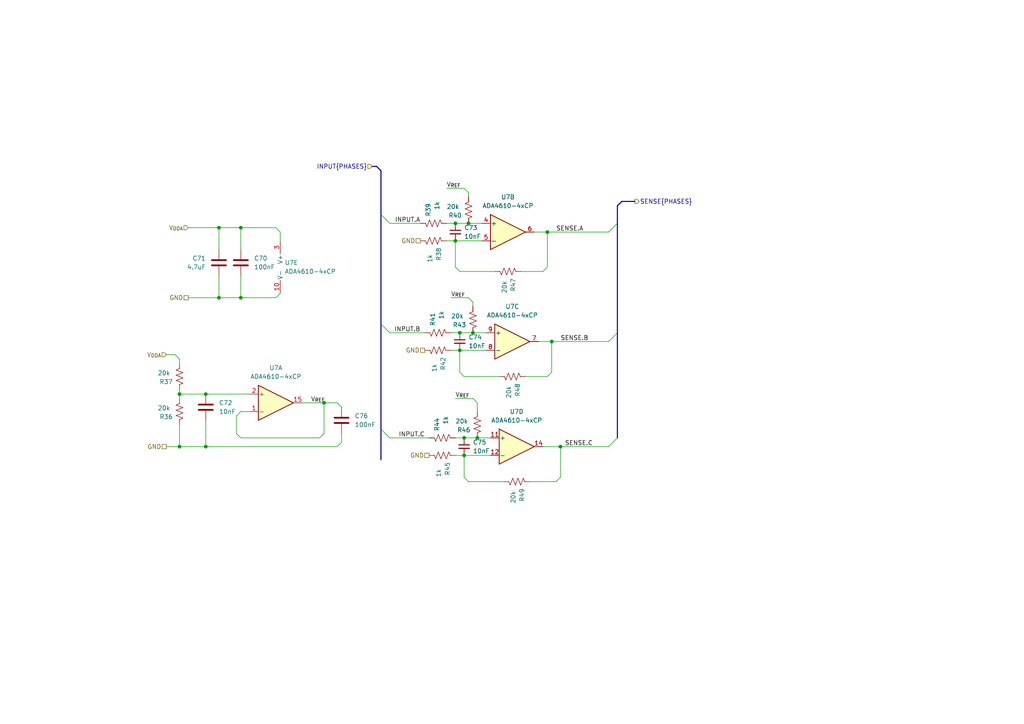
<source format=kicad_sch>
(kicad_sch (version 20231120) (generator "eeschema") (generator_version "8.0")
  (paper "A4")
  (title_block (date "2024-05-19") (rev "1") (company "Crab Labs") (comment 1 "Author: Orion Serup"))
  (lib_symbols
    (symbol "Amplifier_Operational:ADA4610-4xCP" (pin_names (offset 0.127))
      (property "Reference" "U" (at 2.54 6.35 0))
      (property "Value" "ADA4610-4xCP" (at 2.54 3.81 0))
      (symbol "ADA4610-4xCP_1_1"
        (polyline (pts (xy 5.08 0) (xy -5.08 5.08) (xy -5.08 -5.08) (xy 5.08 0)) (stroke (width 0.254)) (fill (type background)))
        (pin input line (at -7.62 -2.54 0) (length 2.54) (name "-") (number "1"))
        (pin no_connect line (at 0 2.54 270) (length 2.54) hide (name "NIC") (number "13"))
        (pin output line (at 7.62 0 180) (length 2.54) (name "~") (number "15"))
        (pin no_connect line (at 0 -2.54 90) (length 2.54) hide (name "NIC") (number "16"))
        (pin input line (at -7.62 2.54 0) (length 2.54) (name "+") (number "2"))
      )
      (symbol "ADA4610-4xCP_2_1"
        (polyline (pts (xy -5.08 5.08) (xy -5.08 -5.08) (xy 5.08 0) (xy -5.08 5.08)) (stroke (width 0.254)) (fill (type background)))
        (pin input line (at -7.62 2.54 0) (length 2.54) (name "+") (number "4"))
        (pin input line (at -7.62 -2.54 0) (length 2.54) (name "-") (number "5"))
        (pin output line (at 7.62 0 180) (length 2.54) (name "~") (number "6"))
      )
      (symbol "ADA4610-4xCP_3_1"
        (polyline (pts (xy 5.08 0) (xy -5.08 5.08) (xy -5.08 -5.08) (xy 5.08 0)) (stroke (width 0.254)) (fill (type background)))
        (pin output line (at 7.62 0 180) (length 2.54) (name "~") (number "7"))
        (pin input line (at -7.62 -2.54 0) (length 2.54) (name "-") (number "8"))
        (pin input line (at -7.62 2.54 0) (length 2.54) (name "+") (number "9"))
      )
      (symbol "ADA4610-4xCP_4_1"
        (polyline (pts (xy -5.08 5.08) (xy 5.08 0) (xy -5.08 -5.08) (xy -5.08 5.08)) (stroke (width 0.254)) (fill (type background)))
        (pin input line (at -7.62 2.54 0) (length 2.54) (name "+") (number "11"))
        (pin input line (at -7.62 -2.54 0) (length 2.54) (name "-") (number "12"))
        (pin output line (at 7.62 0 180) (length 2.54) (name "~") (number "14"))
      )
      (symbol "ADA4610-4xCP_5_1"
        (pin power_in line (at 0 -7.62 90) (length 3.81) (name "V-") (number "10"))
        (pin passive line (at 0 -7.62 90) (length 3.81) hide (name "V-") (number "17"))
        (pin power_in line (at 0 7.62 270) (length 3.81) (name "V+") (number "3"))
      )
    )
    (symbol "Device:C" (pin_numbers hide) (pin_names (offset 0.254))
      (property "Reference" "C" (at 0.635 2.54 0))
      (property "Value" "C" (at 0.635 -2.54 0))
      (symbol "C_0_1"
        (polyline (pts (xy -2.032 -0.762) (xy 2.032 -0.762)) (stroke (width 0.508)))
        (polyline (pts (xy -2.032 0.762) (xy 2.032 0.762)) (stroke (width 0.508)))
      )
      (symbol "C_1_1"
        (pin passive line (at 0 3.81 270) (length 2.794) (name "~") (number "1"))
        (pin passive line (at 0 -3.81 90) (length 2.794) (name "~") (number "2"))
      )
    )
    (symbol "Device:C_Small" (pin_numbers hide) (pin_names (offset 0.254) hide)
      (property "Reference" "C" (at 0.254 1.778 0))
      (property "Value" "C_Small" (at 0.254 -2.032 0))
      (symbol "C_Small_0_1"
        (polyline (pts (xy -1.524 -0.508) (xy 1.524 -0.508)) (stroke (width 0.3302)))
        (polyline (pts (xy -1.524 0.508) (xy 1.524 0.508)) (stroke (width 0.3048)))
      )
      (symbol "C_Small_1_1"
        (pin passive line (at 0 2.54 270) (length 2.032) (name "~") (number "1"))
        (pin passive line (at 0 -2.54 90) (length 2.032) (name "~") (number "2"))
      )
    )
    (symbol "Device:R_US" (pin_numbers hide) (pin_names (offset 0))
      (property "Reference" "R" (at 2.54 0 90))
      (property "Value" "R_US" (at -2.54 0 90))
      (symbol "R_US_0_1"
        (polyline (pts (xy 0 -2.286) (xy 0 -2.54)))
        (polyline (pts (xy 0 2.286) (xy 0 2.54)))
        (polyline (pts (xy 0 -0.762) (xy 1.016 -1.143) (xy 0 -1.524) (xy -1.016 -1.905) (xy 0 -2.286)))
        (polyline (pts (xy 0 0.762) (xy 1.016 0.381) (xy 0 0) (xy -1.016 -0.381) (xy 0 -0.762)))
        (polyline (pts (xy 0 2.286) (xy 1.016 1.905) (xy 0 1.524) (xy -1.016 1.143) (xy 0 0.762)))
      )
      (symbol "R_US_1_1"
        (pin passive line (at 0 3.81 270) (length 1.27) (name "~") (number "1"))
        (pin passive line (at 0 -3.81 90) (length 1.27) (name "~") (number "2"))
      )
    )
  )
  (junction (at 134.62 132.08))
  (junction (at 52.07 114.3))
  (junction (at 138.43 127))
  (junction (at 52.07 129.54))
  (junction (at 162.56 129.54))
  (junction (at 160.02 99.06))
  (junction (at 69.85 66.04))
  (junction (at 93.98 116.84))
  (junction (at 132.08 69.85))
  (junction (at 137.16 96.52))
  (junction (at 59.69 129.54))
  (junction (at 158.75 67.31))
  (junction (at 63.5 86.36))
  (junction (at 133.35 96.52))
  (junction (at 134.62 127))
  (junction (at 133.35 101.6))
  (junction (at 132.08 64.77))
  (junction (at 135.89 64.77))
  (junction (at 63.5 66.04))
  (junction (at 69.85 86.36))
  (junction (at 59.69 114.3))
  (bus_entry (at 110.49 93.98) (size 2.54 2.54))
  (bus_entry (at 179.07 64.77) (size -2.54 2.54))
  (bus_entry (at 179.07 127) (size -2.54 2.54))
  (bus_entry (at 110.49 124.46) (size 2.54 2.54))
  (bus_entry (at 179.07 96.52) (size -2.54 2.54))
  (bus_entry (at 110.49 62.23) (size 2.54 2.54))
  (wire (pts (xy 80.01 86.36) (xy 81.28 85.09)))
  (wire (pts (xy 63.5 66.04) (xy 69.85 66.04)))
  (wire (pts (xy 63.5 66.04) (xy 63.5 72.39)))
  (wire (pts (xy 92.71 127) (xy 93.98 125.73)))
  (wire (pts (xy 52.07 114.3) (xy 59.69 114.3)))
  (wire (pts (xy 135.89 55.88) (xy 135.89 57.15)))
  (bus (pts (xy 110.49 93.98) (xy 110.49 124.46)))
  (wire (pts (xy 69.85 66.04) (xy 69.85 72.39)))
  (wire (pts (xy 59.69 121.92) (xy 59.69 129.54)))
  (wire (pts (xy 143.51 78.74) (xy 133.35 78.74)))
  (wire (pts (xy 68.58 125.73) (xy 69.85 127)))
  (wire (pts (xy 113.03 64.77) (xy 121.92 64.77)))
  (wire (pts (xy 157.48 129.54) (xy 162.56 129.54)))
  (wire (pts (xy 87.63 116.84) (xy 93.98 116.84)))
  (wire (pts (xy 130.81 96.52) (xy 133.35 96.52)))
  (wire (pts (xy 129.54 64.77) (xy 132.08 64.77)))
  (wire (pts (xy 132.08 115.57) (xy 137.16 115.57)))
  (wire (pts (xy 99.06 125.73) (xy 99.06 128.27)))
  (wire (pts (xy 132.08 69.85) (xy 139.7 69.85)))
  (wire (pts (xy 113.03 96.52) (xy 123.19 96.52)))
  (wire (pts (xy 99.06 118.11) (xy 97.79 116.84)))
  (wire (pts (xy 52.07 114.3) (xy 52.07 115.57)))
  (wire (pts (xy 69.85 86.36) (xy 80.01 86.36)))
  (wire (pts (xy 153.67 139.7) (xy 161.29 139.7)))
  (wire (pts (xy 151.13 78.74) (xy 157.48 78.74)))
  (wire (pts (xy 52.07 105.41) (xy 52.07 104.14)))
  (wire (pts (xy 129.54 69.85) (xy 132.08 69.85)))
  (wire (pts (xy 138.43 116.84) (xy 138.43 119.38)))
  (wire (pts (xy 133.35 101.6) (xy 140.97 101.6)))
  (wire (pts (xy 138.43 127) (xy 142.24 127)))
  (wire (pts (xy 54.61 86.36) (xy 63.5 86.36)))
  (wire (pts (xy 63.5 86.36) (xy 69.85 86.36)))
  (wire (pts (xy 132.08 64.77) (xy 135.89 64.77)))
  (bus (pts (xy 184.15 58.42) (xy 180.34 58.42)))
  (wire (pts (xy 137.16 96.52) (xy 140.97 96.52)))
  (wire (pts (xy 132.08 69.85) (xy 132.08 77.47)))
  (wire (pts (xy 68.58 120.65) (xy 68.58 125.73)))
  (wire (pts (xy 135.89 64.77) (xy 139.7 64.77)))
  (wire (pts (xy 52.07 113.03) (xy 52.07 114.3)))
  (wire (pts (xy 134.62 127) (xy 138.43 127)))
  (wire (pts (xy 158.75 67.31) (xy 176.53 67.31)))
  (wire (pts (xy 69.85 80.01) (xy 69.85 86.36)))
  (wire (pts (xy 160.02 99.06) (xy 176.53 99.06)))
  (wire (pts (xy 69.85 127) (xy 92.71 127)))
  (wire (pts (xy 69.85 66.04) (xy 80.01 66.04)))
  (wire (pts (xy 156.21 99.06) (xy 160.02 99.06)))
  (wire (pts (xy 59.69 114.3) (xy 72.39 114.3)))
  (wire (pts (xy 161.29 139.7) (xy 162.56 138.43)))
  (wire (pts (xy 157.48 78.74) (xy 158.75 77.47)))
  (wire (pts (xy 162.56 129.54) (xy 162.56 138.43)))
  (wire (pts (xy 158.75 67.31) (xy 158.75 77.47)))
  (bus (pts (xy 180.34 58.42) (xy 179.07 59.69)))
  (wire (pts (xy 134.62 109.22) (xy 133.35 107.95)))
  (wire (pts (xy 133.35 78.74) (xy 132.08 77.47)))
  (wire (pts (xy 158.75 109.22) (xy 160.02 107.95)))
  (wire (pts (xy 52.07 104.14) (xy 50.8 102.87)))
  (wire (pts (xy 72.39 119.38) (xy 69.85 119.38)))
  (wire (pts (xy 137.16 87.63) (xy 137.16 88.9)))
  (wire (pts (xy 99.06 128.27) (xy 97.79 129.54)))
  (wire (pts (xy 133.35 101.6) (xy 133.35 107.95)))
  (bus (pts (xy 107.95 48.26) (xy 109.22 48.26)))
  (wire (pts (xy 154.94 67.31) (xy 158.75 67.31)))
  (wire (pts (xy 48.26 102.87) (xy 50.8 102.87)))
  (bus (pts (xy 110.49 49.53) (xy 110.49 62.23)))
  (wire (pts (xy 52.07 123.19) (xy 52.07 129.54)))
  (wire (pts (xy 59.69 129.54) (xy 97.79 129.54)))
  (wire (pts (xy 54.61 66.04) (xy 63.5 66.04)))
  (wire (pts (xy 80.01 66.04) (xy 81.28 67.31)))
  (bus (pts (xy 179.07 59.69) (xy 179.07 64.77)))
  (bus (pts (xy 110.49 62.23) (xy 110.49 93.98)))
  (wire (pts (xy 135.89 139.7) (xy 134.62 138.43)))
  (bus (pts (xy 109.22 48.26) (xy 110.49 49.53)))
  (wire (pts (xy 160.02 99.06) (xy 160.02 107.95)))
  (wire (pts (xy 48.26 129.54) (xy 52.07 129.54)))
  (wire (pts (xy 113.03 127) (xy 124.46 127)))
  (wire (pts (xy 81.28 67.31) (xy 81.28 69.85)))
  (wire (pts (xy 162.56 129.54) (xy 176.53 129.54)))
  (wire (pts (xy 134.62 132.08) (xy 142.24 132.08)))
  (bus (pts (xy 110.49 124.46) (xy 110.49 133.35)))
  (wire (pts (xy 132.08 127) (xy 134.62 127)))
  (wire (pts (xy 93.98 116.84) (xy 93.98 125.73)))
  (bus (pts (xy 179.07 96.52) (xy 179.07 127)))
  (wire (pts (xy 144.78 109.22) (xy 134.62 109.22)))
  (wire (pts (xy 129.54 54.61) (xy 134.62 54.61)))
  (wire (pts (xy 130.81 86.36) (xy 135.89 86.36)))
  (wire (pts (xy 134.62 54.61) (xy 135.89 55.88)))
  (wire (pts (xy 135.89 86.36) (xy 137.16 87.63)))
  (wire (pts (xy 130.81 101.6) (xy 133.35 101.6)))
  (wire (pts (xy 63.5 80.01) (xy 63.5 86.36)))
  (wire (pts (xy 137.16 115.57) (xy 138.43 116.84)))
  (bus (pts (xy 179.07 64.77) (xy 179.07 96.52)))
  (wire (pts (xy 52.07 129.54) (xy 59.69 129.54)))
  (wire (pts (xy 69.85 119.38) (xy 68.58 120.65)))
  (wire (pts (xy 134.62 132.08) (xy 134.62 138.43)))
  (wire (pts (xy 152.4 109.22) (xy 158.75 109.22)))
  (wire (pts (xy 132.08 132.08) (xy 134.62 132.08)))
  (wire (pts (xy 146.05 139.7) (xy 135.89 139.7)))
  (wire (pts (xy 133.35 96.52) (xy 137.16 96.52)))
  (wire (pts (xy 93.98 116.84) (xy 97.79 116.84)))
  (label "INPUT.B" (at 121.92 96.52 180))
  (label "V_{REF}" (at 129.54 54.61 0))
  (label "SENSE.A" (at 161.29 67.31 0))
  (label "INPUT.C" (at 123.19 127 180))
  (label "SENSE.C" (at 163.83 129.54 0))
  (label "V_{REF}" (at 130.81 86.36 0))
  (label "INPUT.A" (at 121.92 64.77 180))
  (label "SENSE.B" (at 162.56 99.06 0))
  (label "V_{REF}" (at 90.17 116.84 0))
  (label "V_{REF}" (at 132.08 115.57 0))
  (hierarchical_label "GND" (shape passive) (at 123.19 101.6 180))
  (hierarchical_label "GND" (shape passive) (at 54.61 86.36 180))
  (hierarchical_label "SENSE{PHASES}" (shape output) (at 184.15 58.42 0))
  (hierarchical_label "GND" (shape passive) (at 48.26 129.54 180))
  (hierarchical_label "INPUT{PHASES}" (shape input) (at 107.95 48.26 180))
  (hierarchical_label "V_{DDA}" (shape input) (at 54.61 66.04 180))
  (hierarchical_label "GND" (shape passive) (at 121.92 69.85 180))
  (hierarchical_label "V_{DDA}" (shape input) (at 48.26 102.87 180))
  (hierarchical_label "GND" (shape passive) (at 124.46 132.08 180))
  (symbol (lib_id "Device:R_US") (at 137.16 92.71 0) (mirror x) (unit 1)
    (property "Reference" "R43" (at 131.318 94.234 0) (effects (justify left)))
    (property "Value" "20k" (at 130.81 91.694 0) (effects (justify left)))
    (property "Footprint" "Resistor_SMD:R_0603_1608Metric" (effects (hide yes)))
    (property "Description" "Resistor, US symbol" (effects (hide yes)))
    (property "Rating" "100mW" (effects (hide yes)))
  )
  (symbol (lib_id "Amplifier_Operational:ADA4610-4xCP") (at 148.59 99.06 0) (unit 3)
    (property "Reference" "U7" (at 148.59 88.9 0))
    (property "Value" "ADA4610-4xCP" (at 148.59 91.44 0))
    (property "Footprint" "Package_CSP:LFCSP-16-1EP_4x4mm_P0.65mm_EP2.1x2.1mm" (effects (hide yes)))
    (property "Datasheet" "https://www.analog.com/media/en/technical-documentation/data-sheets/ADA4610-1_4610-2_4610-4.pdf" (effects (hide yes)))
    (property "Description" "Quad Low Noise, Precision, Rail-to-Rail Output, JFET Op Amp, LFCSP-16" (effects (hide yes)))
  )
  (symbol (lib_id "Amplifier_Operational:ADA4610-4xCP") (at 149.86 129.54 0) (unit 4)
    (property "Reference" "U7" (at 149.86 119.38 0))
    (property "Value" "ADA4610-4xCP" (at 149.86 121.92 0))
    (property "Footprint" "Package_CSP:LFCSP-16-1EP_4x4mm_P0.65mm_EP2.1x2.1mm" (effects (hide yes)))
    (property "Datasheet" "https://www.analog.com/media/en/technical-documentation/data-sheets/ADA4610-1_4610-2_4610-4.pdf" (effects (hide yes)))
    (property "Description" "Quad Low Noise, Precision, Rail-to-Rail Output, JFET Op Amp, LFCSP-16" (effects (hide yes)))
  )
  (symbol (lib_id "Device:C_Small") (at 132.08 67.31 0) (unit 1)
    (property "Reference" "C73" (at 134.62 66.0462 0) (effects (justify left)))
    (property "Value" "10nF" (at 134.62 68.5862 0) (effects (justify left)))
    (property "Footprint" "Capacitor_SMD:C_0603_1608Metric" (effects (hide yes)))
    (property "Description" "Unpolarized capacitor, small symbol" (effects (hide yes)))
    (property "Rating" "5V" (effects (hide yes)))
  )
  (symbol (lib_id "Device:C") (at 63.5 76.2 0) (mirror y) (unit 1)
    (property "Reference" "C71" (at 59.69 74.9299 0) (effects (justify left)))
    (property "Value" "4.7uF" (at 59.69 77.4699 0) (effects (justify left)))
    (property "Footprint" "Capacitor_SMD:C_0603_1608Metric" (effects (hide yes)))
    (property "Description" "Unpolarized capacitor" (effects (hide yes)))
    (property "Rating" "6.3V" (effects (hide yes)))
  )
  (symbol (lib_id "Device:R_US") (at 125.73 69.85 270) (mirror x) (unit 1)
    (property "Reference" "R38" (at 127.254 75.692 0) (effects (justify left)))
    (property "Value" "1k" (at 124.714 76.2 0) (effects (justify left)))
    (property "Footprint" "Resistor_SMD:R_0603_1608Metric" (effects (hide yes)))
    (property "Description" "Resistor, US symbol" (effects (hide yes)))
    (property "Rating" "100mW" (effects (hide yes)))
  )
  (symbol (lib_id "Device:R_US") (at 52.07 109.22 0) (mirror x) (unit 1)
    (property "Reference" "R37" (at 46.228 110.744 0) (effects (justify left)))
    (property "Value" "20k" (at 45.72 108.204 0) (effects (justify left)))
    (property "Footprint" "Resistor_SMD:R_0603_1608Metric" (effects (hide yes)))
    (property "Description" "Resistor, US symbol" (effects (hide yes)))
    (property "Rating" "100mW" (effects (hide yes)))
  )
  (symbol (lib_id "Device:C") (at 99.06 121.92 0) (unit 1)
    (property "Reference" "C76" (at 102.87 120.6499 0) (effects (justify left)))
    (property "Value" "100nF" (at 102.87 123.1899 0) (effects (justify left)))
    (property "Footprint" "Capacitor_SMD:C_0603_1608Metric" (effects (hide yes)))
    (property "Description" "Unpolarized capacitor" (effects (hide yes)))
    (property "Rating" "100V" (effects (hide yes)))
  )
  (symbol (lib_id "Device:R_US") (at 148.59 109.22 270) (mirror x) (unit 1)
    (property "Reference" "R48" (at 150.114 115.062 0) (effects (justify left)))
    (property "Value" "20k" (at 147.574 115.57 0) (effects (justify left)))
    (property "Footprint" "Resistor_SMD:R_0603_1608Metric" (effects (hide yes)))
    (property "Description" "Resistor, US symbol" (effects (hide yes)))
    (property "Rating" "100mW" (effects (hide yes)))
  )
  (symbol (lib_id "Device:R_US") (at 128.27 127 90) (mirror x) (unit 1)
    (property "Reference" "R44" (at 126.746 121.158 0) (effects (justify left)))
    (property "Value" "1k" (at 129.286 120.65 0) (effects (justify left)))
    (property "Footprint" "Resistor_SMD:R_0603_1608Metric" (effects (hide yes)))
    (property "Description" "Resistor, US symbol" (effects (hide yes)))
    (property "Rating" "100mW" (effects (hide yes)))
  )
  (symbol (lib_id "Device:R_US") (at 138.43 123.19 0) (mirror x) (unit 1)
    (property "Reference" "R46" (at 132.588 124.714 0) (effects (justify left)))
    (property "Value" "20k" (at 132.08 122.174 0) (effects (justify left)))
    (property "Footprint" "Resistor_SMD:R_0603_1608Metric" (effects (hide yes)))
    (property "Description" "Resistor, US symbol" (effects (hide yes)))
    (property "Rating" "100mW" (effects (hide yes)))
  )
  (symbol (lib_id "Device:R_US") (at 125.73 64.77 90) (mirror x) (unit 1)
    (property "Reference" "R39" (at 124.206 58.928 0) (effects (justify left)))
    (property "Value" "1k" (at 126.746 58.42 0) (effects (justify left)))
    (property "Footprint" "Resistor_SMD:R_0603_1608Metric" (effects (hide yes)))
    (property "Description" "Resistor, US symbol" (effects (hide yes)))
    (property "Rating" "100mW" (effects (hide yes)))
  )
  (symbol (lib_id "Device:C") (at 69.85 76.2 0) (unit 1)
    (property "Reference" "C70" (at 73.66 74.9299 0) (effects (justify left)))
    (property "Value" "100nF" (at 73.66 77.4699 0) (effects (justify left)))
    (property "Footprint" "Capacitor_SMD:C_0603_1608Metric" (effects (hide yes)))
    (property "Description" "Unpolarized capacitor" (effects (hide yes)))
    (property "Rating" "100V" (effects (hide yes)))
  )
  (symbol (lib_id "Amplifier_Operational:ADA4610-4xCP") (at 147.32 67.31 0) (unit 2)
    (property "Reference" "U7" (at 147.32 57.15 0))
    (property "Value" "ADA4610-4xCP" (at 147.32 59.69 0))
    (property "Footprint" "Package_CSP:LFCSP-16-1EP_4x4mm_P0.65mm_EP2.1x2.1mm" (effects (hide yes)))
    (property "Datasheet" "https://www.analog.com/media/en/technical-documentation/data-sheets/ADA4610-1_4610-2_4610-4.pdf" (effects (hide yes)))
    (property "Description" "Quad Low Noise, Precision, Rail-to-Rail Output, JFET Op Amp, LFCSP-16" (effects (hide yes)))
  )
  (symbol (lib_id "Amplifier_Operational:ADA4610-4xCP") (at 81.28 77.47 0) (unit 5)
    (property "Reference" "U7" (at 82.55 76.1999 0) (effects (justify left)))
    (property "Value" "ADA4610-4xCP" (at 82.55 78.7399 0) (effects (justify left)))
    (property "Footprint" "Package_CSP:LFCSP-16-1EP_4x4mm_P0.65mm_EP2.1x2.1mm" (effects (hide yes)))
    (property "Datasheet" "https://www.analog.com/media/en/technical-documentation/data-sheets/ADA4610-1_4610-2_4610-4.pdf" (effects (hide yes)))
    (property "Description" "Quad Low Noise, Precision, Rail-to-Rail Output, JFET Op Amp, LFCSP-16" (effects (hide yes)))
  )
  (symbol (lib_id "Device:R_US") (at 135.89 60.96 0) (mirror x) (unit 1)
    (property "Reference" "R40" (at 130.048 62.484 0) (effects (justify left)))
    (property "Value" "20k" (at 129.54 59.944 0) (effects (justify left)))
    (property "Footprint" "Resistor_SMD:R_0603_1608Metric" (effects (hide yes)))
    (property "Description" "Resistor, US symbol" (effects (hide yes)))
    (property "Rating" "100mW" (effects (hide yes)))
  )
  (symbol (lib_id "Device:C") (at 59.69 118.11 0) (unit 1)
    (property "Reference" "C72" (at 63.5 116.8399 0) (effects (justify left)))
    (property "Value" "10nF" (at 63.5 119.3799 0) (effects (justify left)))
    (property "Footprint" "Capacitor_SMD:C_0603_1608Metric" (effects (hide yes)))
    (property "Description" "Unpolarized capacitor" (effects (hide yes)))
    (property "Rating" "5V" (effects (hide yes)))
  )
  (symbol (lib_id "Device:R_US") (at 128.27 132.08 270) (mirror x) (unit 1)
    (property "Reference" "R45" (at 129.794 137.922 0) (effects (justify left)))
    (property "Value" "1k" (at 127.254 138.43 0) (effects (justify left)))
    (property "Footprint" "Resistor_SMD:R_0603_1608Metric" (effects (hide yes)))
    (property "Description" "Resistor, US symbol" (effects (hide yes)))
    (property "Rating" "100mW" (effects (hide yes)))
  )
  (symbol (lib_id "Device:R_US") (at 147.32 78.74 270) (mirror x) (unit 1)
    (property "Reference" "R47" (at 148.844 84.582 0) (effects (justify left)))
    (property "Value" "20k" (at 146.304 85.09 0) (effects (justify left)))
    (property "Footprint" "Resistor_SMD:R_0603_1608Metric" (effects (hide yes)))
    (property "Description" "Resistor, US symbol" (effects (hide yes)))
    (property "Rating" "100mW" (effects (hide yes)))
  )
  (symbol (lib_id "Device:R_US") (at 127 96.52 90) (mirror x) (unit 1)
    (property "Reference" "R41" (at 125.476 90.678 0) (effects (justify left)))
    (property "Value" "1k" (at 128.016 90.17 0) (effects (justify left)))
    (property "Footprint" "Resistor_SMD:R_0603_1608Metric" (effects (hide yes)))
    (property "Description" "Resistor, US symbol" (effects (hide yes)))
    (property "Rating" "100mW" (effects (hide yes)))
  )
  (symbol (lib_id "Device:R_US") (at 127 101.6 270) (mirror x) (unit 1)
    (property "Reference" "R42" (at 128.524 107.442 0) (effects (justify left)))
    (property "Value" "1k" (at 125.984 107.95 0) (effects (justify left)))
    (property "Footprint" "Resistor_SMD:R_0603_1608Metric" (effects (hide yes)))
    (property "Description" "Resistor, US symbol" (effects (hide yes)))
    (property "Rating" "100mW" (effects (hide yes)))
  )
  (symbol (lib_id "Device:C_Small") (at 133.35 99.06 0) (unit 1)
    (property "Reference" "C74" (at 135.89 97.7962 0) (effects (justify left)))
    (property "Value" "10nF" (at 135.89 100.3362 0) (effects (justify left)))
    (property "Footprint" "Capacitor_SMD:C_0603_1608Metric" (effects (hide yes)))
    (property "Description" "Unpolarized capacitor, small symbol" (effects (hide yes)))
    (property "Rating" "5V" (effects (hide yes)))
  )
  (symbol (lib_id "Device:R_US") (at 149.86 139.7 270) (mirror x) (unit 1)
    (property "Reference" "R49" (at 151.384 145.542 0) (effects (justify left)))
    (property "Value" "20k" (at 148.844 146.05 0) (effects (justify left)))
    (property "Footprint" "Resistor_SMD:R_0603_1608Metric" (effects (hide yes)))
    (property "Description" "Resistor, US symbol" (effects (hide yes)))
    (property "Rating" "100mW" (effects (hide yes)))
  )
  (symbol (lib_id "Amplifier_Operational:ADA4610-4xCP") (at 80.01 116.84 0) (unit 1)
    (property "Reference" "U7" (at 80.01 106.68 0))
    (property "Value" "ADA4610-4xCP" (at 80.01 109.22 0))
    (property "Footprint" "Package_CSP:LFCSP-16-1EP_4x4mm_P0.65mm_EP2.1x2.1mm" (effects (hide yes)))
    (property "Datasheet" "https://www.analog.com/media/en/technical-documentation/data-sheets/ADA4610-1_4610-2_4610-4.pdf" (effects (hide yes)))
    (property "Description" "Quad Low Noise, Precision, Rail-to-Rail Output, JFET Op Amp, LFCSP-16" (effects (hide yes)))
  )
  (symbol (lib_id "Device:R_US") (at 52.07 119.38 0) (mirror x) (unit 1)
    (property "Reference" "R36" (at 46.228 120.904 0) (effects (justify left)))
    (property "Value" "20k" (at 45.72 118.364 0) (effects (justify left)))
    (property "Footprint" "Resistor_SMD:R_0603_1608Metric" (effects (hide yes)))
    (property "Description" "Resistor, US symbol" (effects (hide yes)))
    (property "Rating" "100mW" (effects (hide yes)))
  )
  (symbol (lib_id "Device:C_Small") (at 134.62 129.54 0) (unit 1)
    (property "Reference" "C75" (at 137.16 128.2762 0) (effects (justify left)))
    (property "Value" "10nF" (at 137.16 130.8162 0) (effects (justify left)))
    (property "Footprint" "Capacitor_SMD:C_0603_1608Metric" (effects (hide yes)))
    (property "Description" "Unpolarized capacitor, small symbol" (effects (hide yes)))
    (property "Rating" "5V" (effects (hide yes)))
  )
)
</source>
